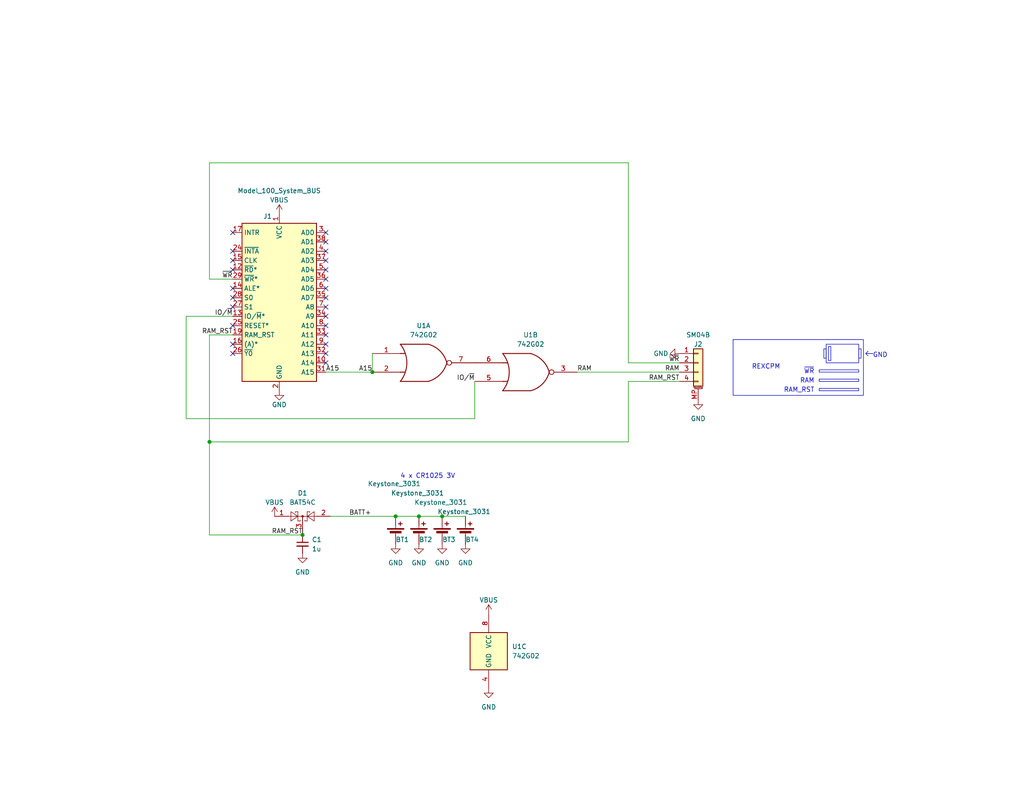
<source format=kicad_sch>
(kicad_sch (version 20230121) (generator eeschema)
  (paper "USLetter")
  (title_block (title "REXCPM_UPS_100") (date "2023-09-13") (rev "003") (company "Brian K. White - b.kenyon.w@gmail.com") (comment 1 "Replacement REXCPM system bus interface with memory battery"))
  (lib_symbols
    (symbol "000_LOCAL:742G02"
      (property "Reference" "U" (at 5.08 7.62 0))
      (property "Value" "742G02" (at 7.62 -7.62 0))
      (symbol "742G02_1_1"
        (arc (start -7.62 -5.08) (mid -5.838 0) (end -7.62 5.08) (stroke (width 0.254)))
        (arc (start 0 -5.08) (mid 3.1986 -3.2054) (end 5.08 0) (stroke (width 0.254)))
        (polyline (pts (xy -7.62 -2.54) (xy -6.35 -2.54)) (stroke (width 0.254)) (fill (type background)))
        (polyline (pts (xy -7.62 2.54) (xy -6.35 2.54)) (stroke (width 0.254)) (fill (type background)))
        (polyline (pts (xy 0 -5.08) (xy -7.62 -5.08)) (stroke (width 0.254)) (fill (type background)))
        (polyline (pts (xy 0 5.08) (xy -7.62 5.08)) (stroke (width 0.254)) (fill (type background)))
        (arc (start 5.08 0) (mid 3.2238 3.2304) (end 0 5.08) (stroke (width 0.254)))
        (pin input line (at -15.24 2.54 0) (length 7.62) (name "~") (number "1"))
        (pin input line (at -15.24 -2.54 0) (length 7.62) (name "~") (number "2"))
        (pin output inverted (at 12.7 0 180) (length 7.62) (name "~") (number "7"))
      )
      (symbol "742G02_2_1"
        (arc (start -7.62 -5.08) (mid -5.838 0) (end -7.62 5.08) (stroke (width 0.254)))
        (arc (start 0 -5.08) (mid 3.1986 -3.2054) (end 5.08 0) (stroke (width 0.254)))
        (polyline (pts (xy -7.62 -2.54) (xy -6.35 -2.54)) (stroke (width 0.254)) (fill (type background)))
        (polyline (pts (xy -7.62 2.54) (xy -6.35 2.54)) (stroke (width 0.254)) (fill (type background)))
        (polyline (pts (xy 0 -5.08) (xy -7.62 -5.08)) (stroke (width 0.254)) (fill (type background)))
        (polyline (pts (xy 0 5.08) (xy -7.62 5.08)) (stroke (width 0.254)) (fill (type background)))
        (arc (start 5.08 0) (mid 3.2238 3.2304) (end 0 5.08) (stroke (width 0.254)))
        (pin output inverted (at 12.7 0 180) (length 7.62) (name "~") (number "3"))
        (pin input line (at -15.24 2.54 0) (length 7.62) (name "~") (number "5"))
        (pin input line (at -15.24 -2.54 0) (length 7.62) (name "~") (number "6"))
      )
      (symbol "742G02_3_0"
        (rectangle (start -5.08 -5.08) (end 5.08 5.08) (stroke (width 0.254)) (fill (type background)))
      )
      (symbol "742G02_3_1"
        (pin power_in line (at 0 -10.16 90) (length 5.08) (name "GND") (number "4"))
        (pin power_in line (at 0 10.16 270) (length 5.08) (name "VCC") (number "8"))
      )
    )
    (symbol "000_LOCAL:BAT54C" (pin_names (offset 1.016))
      (property "Reference" "D" (at 0.635 -3.81 0))
      (property "Value" "BAT54C" (at -6.35 3.175 0))
      (symbol "BAT54C_0_1"
        (polyline (pts (xy -1.905 0) (xy 1.905 0)))
        (polyline (pts (xy -1.905 1.27) (xy -1.905 1.016)))
        (polyline (pts (xy -1.27 -1.27) (xy -0.635 -1.27)))
        (polyline (pts (xy -1.27 0) (xy -3.81 0)))
        (polyline (pts (xy -1.27 1.27) (xy -1.905 1.27)))
        (polyline (pts (xy -1.27 1.27) (xy -1.27 -1.27)))
        (polyline (pts (xy -0.635 -1.27) (xy -0.635 -1.016)))
        (polyline (pts (xy 0.635 -1.27) (xy 0.635 -1.016)))
        (polyline (pts (xy 1.27 -1.27) (xy 0.635 -1.27)))
        (polyline (pts (xy 1.27 1.27) (xy 1.27 -1.27)))
        (polyline (pts (xy 1.27 1.27) (xy 1.905 1.27)))
        (polyline (pts (xy 1.905 1.27) (xy 1.905 1.016)))
        (polyline (pts (xy 3.81 0) (xy 1.27 0)))
        (polyline (pts (xy -3.175 -1.27) (xy -3.175 1.27) (xy -1.27 0) (xy -3.175 -1.27)))
        (polyline (pts (xy 3.175 -1.27) (xy 3.175 1.27) (xy 1.27 0) (xy 3.175 -1.27)))
        (circle (center 0 0) (radius 0.254) (fill (type outline)))
      )
      (symbol "BAT54C_1_1"
        (pin passive line (at -7.62 0 0) (length 3.81) (name "~") (number "1"))
        (pin passive line (at 7.62 0 180) (length 3.81) (name "~") (number "2"))
        (pin passive line (at 0 -5.08 90) (length 5.08) (name "~") (number "3"))
      )
    )
    (symbol "000_LOCAL:Battery_Cell" (pin_numbers hide) (pin_names (offset 0) hide)
      (property "Reference" "BT" (at 2.54 2.54 0))
      (property "Value" "Battery_Cell" (at 2.54 0 0))
      (symbol "Battery_Cell_0_1"
        (rectangle (start -2.286 1.778) (end 2.286 1.524) (fill (type outline)))
        (rectangle (start -1.524 1.016) (end 1.524 0.508) (fill (type outline)))
        (polyline (pts (xy 0 0.762) (xy 0 0)))
        (polyline (pts (xy 0 1.778) (xy 0 2.54)))
        (polyline (pts (xy 0.762 3.048) (xy 1.778 3.048)) (stroke (width 0.254)))
        (polyline (pts (xy 1.27 3.556) (xy 1.27 2.54)) (stroke (width 0.254)))
      )
      (symbol "Battery_Cell_1_1"
        (pin passive line (at 0 5.08 270) (length 2.54) (name "+") (number "1"))
        (pin passive line (at 0 -2.54 90) (length 2.54) (name "-") (number "2"))
      )
    )
    (symbol "000_LOCAL:C" (pin_numbers hide) (pin_names (offset 0.254) hide)
      (property "Reference" "C" (at 0.254 1.778 0))
      (property "Value" "C" (at 0.254 -2.032 0))
      (symbol "C_0_1"
        (polyline (pts (xy -1.524 -0.508) (xy 1.524 -0.508)) (stroke (width 0.3302)))
        (polyline (pts (xy -1.524 0.508) (xy 1.524 0.508)) (stroke (width 0.3048)))
      )
      (symbol "C_1_1"
        (pin passive line (at 0 2.54 270) (length 2.032) (name "~") (number "1"))
        (pin passive line (at 0 -2.54 90) (length 2.032) (name "~") (number "2"))
      )
    )
    (symbol "000_LOCAL:Conn_01x04_MountingPin" (pin_names (offset 1.016) hide)
      (property "Reference" "J" (at 0 5.08 0))
      (property "Value" "Conn_01x04_MountingPin" (at 1.27 -7.62 0))
      (symbol "Conn_01x04_MountingPin_1_1"
        (rectangle (start -1.27 -4.953) (end 0 -5.207) (stroke (width 0.1524)))
        (rectangle (start -1.27 -2.413) (end 0 -2.667) (stroke (width 0.1524)))
        (rectangle (start -1.27 0.127) (end 0 -0.127) (stroke (width 0.1524)))
        (rectangle (start -1.27 2.667) (end 0 2.413) (stroke (width 0.1524)))
        (rectangle (start -1.27 3.81) (end 1.27 -6.35) (stroke (width 0.254)) (fill (type background)))
        (polyline (pts (xy -1.016 -7.112) (xy 1.016 -7.112)) (stroke (width 0.1524)))
        (text "Mounting" (at 0 -6.731 0) (effects (font (size 0.381 0.381))))
        (pin passive line (at -5.08 2.54 0) (length 3.81) (name "Pin_1") (number "1"))
        (pin passive line (at -5.08 0 0) (length 3.81) (name "Pin_2") (number "2"))
        (pin passive line (at -5.08 -2.54 0) (length 3.81) (name "Pin_3") (number "3"))
        (pin passive line (at -5.08 -5.08 0) (length 3.81) (name "Pin_4") (number "4"))
        (pin passive line (at 0 -10.16 90) (length 3.048) (name "MountPin") (number "MP"))
      )
    )
    (symbol "000_LOCAL:Model_100_System_BUS"
      (property "Reference" "J" (at -7.62 22.86 0))
      (property "Value" "Model_100_System_BUS" (at 15.621 27.305 0))
      (symbol "Model_100_System_BUS_0_1"
        (rectangle (start -10.16 21.59) (end 10.16 -21.59) (stroke (width 0.254)) (fill (type background)))
      )
      (symbol "Model_100_System_BUS_1_1"
        (pin power_out line (at 0 24.13 270) (length 2.54) (name "VCC") (number "1"))
        (pin output line (at 12.7 -16.51 180) (length 2.54) (name "A14") (number "10"))
        (pin passive line (at 0 -24.13 90) (length 2.54) hide (name "GND") (number "11"))
        (pin output line (at -12.7 8.89 0) (length 2.54) (name "~{RD}*") (number "12"))
        (pin output line (at -12.7 -3.81 0) (length 2.54) (name "IO/~{M}*") (number "13"))
        (pin output line (at -12.7 3.81 0) (length 2.54) (name "ALE*") (number "14"))
        (pin output line (at -12.7 11.43 0) (length 2.54) (name "CLK") (number "15"))
        (pin output line (at -12.7 -11.43 0) (length 2.54) (name "(A)*") (number "16"))
        (pin input line (at -12.7 19.05 0) (length 2.54) (name "INTR") (number "17"))
        (pin passive line (at 0 -24.13 90) (length 2.54) hide (name "GND") (number "18"))
        (pin output line (at -12.7 -8.89 0) (length 2.54) (name "RAM_RST") (number "19"))
        (pin power_out line (at 0 -24.13 90) (length 2.54) (name "GND") (number "2"))
        (pin no_connect line (at -10.16 -17.78 0) (length 2.54) hide (name "NC") (number "20"))
        (pin no_connect line (at -10.16 -19.05 0) (length 2.54) hide (name "NC") (number "21"))
        (pin no_connect line (at -10.16 -20.32 0) (length 2.54) hide (name "NC") (number "22"))
        (pin passive line (at 0 -24.13 90) (length 2.54) hide (name "GND") (number "23"))
        (pin output line (at -12.7 13.97 0) (length 2.54) (name "~{INTA}") (number "24"))
        (pin output line (at -12.7 -6.35 0) (length 2.54) (name "RESET*") (number "25"))
        (pin output line (at -12.7 -13.97 0) (length 2.54) (name "~{Y0}") (number "26"))
        (pin output line (at -12.7 -1.27 0) (length 2.54) (name "S1") (number "27"))
        (pin output line (at -12.7 1.27 0) (length 2.54) (name "S0") (number "28"))
        (pin output line (at -12.7 6.35 0) (length 2.54) (name "~{WR}*") (number "29"))
        (pin bidirectional line (at 12.7 19.05 180) (length 2.54) (name "AD0") (number "3"))
        (pin passive line (at 0 -24.13 90) (length 2.54) hide (name "GND") (number "30"))
        (pin output line (at 12.7 -19.05 180) (length 2.54) (name "A15") (number "31"))
        (pin output line (at 12.7 -13.97 180) (length 2.54) (name "A13") (number "32"))
        (pin output line (at 12.7 -8.89 180) (length 2.54) (name "A11") (number "33"))
        (pin output line (at 12.7 -3.81 180) (length 2.54) (name "A9") (number "34"))
        (pin bidirectional line (at 12.7 1.27 180) (length 2.54) (name "AD7") (number "35"))
        (pin bidirectional line (at 12.7 6.35 180) (length 2.54) (name "AD5") (number "36"))
        (pin bidirectional line (at 12.7 11.43 180) (length 2.54) (name "AD3") (number "37"))
        (pin bidirectional line (at 12.7 16.51 180) (length 2.54) (name "AD1") (number "38"))
        (pin passive line (at 0 -24.13 90) (length 2.54) hide (name "GND") (number "39"))
        (pin bidirectional line (at 12.7 13.97 180) (length 2.54) (name "AD2") (number "4"))
        (pin passive line (at 0 24.13 270) (length 2.54) hide (name "VCC") (number "40"))
        (pin bidirectional line (at 12.7 8.89 180) (length 2.54) (name "AD4") (number "5"))
        (pin bidirectional line (at 12.7 3.81 180) (length 2.54) (name "AD6") (number "6"))
        (pin output line (at 12.7 -1.27 180) (length 2.54) (name "A8") (number "7"))
        (pin output line (at 12.7 -6.35 180) (length 2.54) (name "A10") (number "8"))
        (pin output line (at 12.7 -11.43 180) (length 2.54) (name "A12") (number "9"))
      )
    )
    (symbol "GND_1" (power) (pin_names (offset 0))
      (property "Value" "GND_1" (at 0 -3.81 0))
      (symbol "GND_1_0_1"
        (polyline (pts (xy 0 0) (xy 0 -1.27) (xy 1.27 -1.27) (xy 0 -2.54) (xy -1.27 -1.27) (xy 0 -1.27)))
      )
      (symbol "GND_1_1_1"
        (pin power_in line (at 0 0 270) (length 0) hide (name "GND") (number "1"))
      )
    )
    (symbol "power:GND" (power) (pin_names (offset 0))
      (property "Value" "GND" (at 0 -3.81 0))
      (symbol "GND_0_1"
        (polyline (pts (xy 0 0) (xy 0 -1.27) (xy 1.27 -1.27) (xy 0 -2.54) (xy -1.27 -1.27) (xy 0 -1.27)))
      )
      (symbol "GND_1_1"
        (pin power_in line (at 0 0 270) (length 0) hide (name "GND") (number "1"))
      )
    )
    (symbol "power:VBUS" (power) (pin_names (offset 0))
      (property "Value" "VBUS" (at 0 3.81 0))
      (symbol "VBUS_0_1"
        (polyline (pts (xy -0.762 1.27) (xy 0 2.54)))
        (polyline (pts (xy 0 0) (xy 0 2.54)))
        (polyline (pts (xy 0 2.54) (xy 0.762 1.27)))
      )
      (symbol "VBUS_1_1"
        (pin power_in line (at 0 0 90) (length 0) hide (name "VBUS") (number "1"))
      )
    )
  )
  (junction (at 107.95 140.97))
  (junction (at 82.55 146.05))
  (junction (at 114.3 140.97))
  (junction (at 101.6 101.6))
  (junction (at 57.15 120.65))
  (junction (at 120.65 140.97))
  (no_connect (at 88.9 96.52))
  (no_connect (at 88.9 63.5))
  (no_connect (at 63.5 96.52))
  (no_connect (at 63.5 63.5))
  (no_connect (at 63.5 71.12))
  (no_connect (at 63.5 81.28))
  (no_connect (at 88.9 86.36))
  (no_connect (at 63.5 88.9))
  (no_connect (at 63.5 78.74))
  (no_connect (at 63.5 93.98))
  (no_connect (at 88.9 76.2))
  (no_connect (at 88.9 71.12))
  (no_connect (at 88.9 99.06))
  (no_connect (at 63.5 83.82))
  (no_connect (at 88.9 81.28))
  (no_connect (at 88.9 91.44))
  (no_connect (at 88.9 83.82))
  (no_connect (at 88.9 68.58))
  (no_connect (at 63.5 68.58))
  (no_connect (at 63.5 73.66))
  (no_connect (at 88.9 93.98))
  (no_connect (at 88.9 73.66))
  (no_connect (at 88.9 66.04))
  (no_connect (at 88.9 78.74))
  (no_connect (at 88.9 88.9))
  (polyline (pts (xy 236.855 95.885) (xy 236.22 96.52)))
  (wire (pts (xy 63.5 91.44) (xy 57.15 91.44)))
  (wire (pts (xy 57.15 146.05) (xy 82.55 146.05)))
  (wire (pts (xy 50.8 114.3) (xy 129.54 114.3)))
  (wire (pts (xy 57.15 120.65) (xy 171.45 120.65)))
  (wire (pts (xy 171.45 120.65) (xy 171.45 104.14)))
  (polyline (pts (xy 236.22 96.52) (xy 238.125 96.52)))
  (wire (pts (xy 90.17 140.97) (xy 107.95 140.97)))
  (wire (pts (xy 57.15 76.2) (xy 57.15 44.45)))
  (wire (pts (xy 57.15 91.44) (xy 57.15 120.65)))
  (wire (pts (xy 120.65 140.97) (xy 127 140.97)))
  (wire (pts (xy 57.15 120.65) (xy 57.15 146.05)))
  (wire (pts (xy 129.54 104.14) (xy 129.54 114.3)))
  (wire (pts (xy 157.48 101.6) (xy 185.42 101.6)))
  (wire (pts (xy 57.15 44.45) (xy 171.45 44.45)))
  (wire (pts (xy 50.8 86.36) (xy 50.8 114.3)))
  (wire (pts (xy 63.5 76.2) (xy 57.15 76.2)))
  (wire (pts (xy 171.45 44.45) (xy 171.45 99.06)))
  (wire (pts (xy 114.3 140.97) (xy 120.65 140.97)))
  (wire (pts (xy 171.45 99.06) (xy 185.42 99.06)))
  (wire (pts (xy 63.5 86.36) (xy 50.8 86.36)))
  (wire (pts (xy 171.45 104.14) (xy 185.42 104.14)))
  (wire (pts (xy 88.9 101.6) (xy 101.6 101.6)))
  (wire (pts (xy 107.95 140.97) (xy 114.3 140.97)))
  (polyline (pts (xy 236.22 96.52) (xy 236.855 97.155)))
  (wire (pts (xy 101.6 96.52) (xy 101.6 101.6)))
  (rectangle (start 223.52 103.505) (end 234.315 104.14))
  (rectangle (start 225.425 93.98) (end 234.315 99.06))
  (rectangle (start 226.06 94.615) (end 226.695 98.425) (fill (type color)))
  (rectangle (start 234.315 95.25) (end 234.95 97.79))
  (rectangle (start 233.045 100.33) (end 234.95 107.315) (stroke (width -0.0001)) (fill (type color)))
  (rectangle (start 224.79 95.25) (end 225.425 97.79))
  (rectangle (start 200.025 92.71) (end 235.585 107.95))
  (rectangle (start 223.52 106.045) (end 234.315 106.68))
  (rectangle (start 223.52 100.965) (end 234.315 101.6))
  (text "~{WR}" (at 222.25 102.235 0) (effects (font (size 1.27 1.27)) (justify right bottom)))
  (text "RAM" (at 222.25 104.775 0) (effects (font (size 1.27 1.27)) (justify right bottom)))
  (text "GND" (at 238.125 97.79 0) (effects (font (size 1.27 1.27)) (justify left bottom)))
  (text "4 x CR1025 3V" (at 109.22 130.81 0) (effects (font (size 1.27 1.27)) (justify left bottom)))
  (text "RAM_RST" (at 222.25 107.315 0) (effects (font (size 1.27 1.27)) (justify right bottom)))
  (text "REXCPM" (at 205.105 100.965 0) (effects (font (size 1.27 1.27)) (justify left bottom)))
  (label "IO{slash}~{M}" (at 129.54 104.14 180))
  (label "IO{slash}~{M}" (at 63.5 86.36 180))
  (label "RAM_RST" (at 63.5 91.44 180))
  (label "A15" (at 88.9 101.6 0))
  (label "BATT+" (at 95.25 140.97 0))
  (label "RAM_RST" (at 185.42 104.14 180))
  (label "~{WR}" (at 63.5 76.2 180))
  (label "~{WR}" (at 185.42 99.06 180))
  (label "RAM_RST" (at 82.55 146.05 180))
  (label "RAM" (at 157.48 101.6 0))
  (label "RAM" (at 185.42 101.6 180))
  (label "A15" (at 101.6 101.6 180))
  (symbol (lib_id "000_LOCAL:Model_100_System_BUS") (at 76.2 82.55 0) (unit 1)
    (property "Reference" "J1" (at 73.025 59.055 0))
    (property "Value" "Model_100_System_BUS" (at 76.2 52.07 0))
    (property "Footprint" "000_LOCAL:DIP-40_pins" (effects hide))
    (property "Datasheet" "http://datasheets.chipdb.org/Intel/MCS-80/intel-8080.pdf" (effects hide))
  )
  (symbol (lib_id "power:GND") (at 76.2 106.68 0) (unit 1)
    (property "Reference" "#PWR0101" (effects hide))
    (property "Value" "GND" (at 76.2 110.49 0))
  )
  (symbol (lib_id "power:VBUS") (at 74.93 140.97 0) (unit 1)
    (property "Reference" "#PWR08" (effects hide))
    (property "Value" "VBUS" (at 74.93 137.16 0))
  )
  (symbol (lib_id "000_LOCAL:Battery_Cell") (at 114.3 146.05 0) (unit 1)
    (property "Reference" "BT2" (at 114.3 147.32 0) (effects (justify left)))
    (property "Value" "Keystone_3031" (at 106.68 134.62 0) (effects (justify left)))
    (property "Footprint" "000_LOCAL:Keystone_3031" (effects hide))
    (property "Datasheet" "datasheets/Keystone_3031.pdf" (effects hide))
  )
  (symbol (lib_id "000_LOCAL:Conn_01x04_MountingPin") (at 190.5 99.06 0) (unit 1)
    (property "Reference" "J2" (at 190.5 93.98 0))
    (property "Value" "SM04B" (at 190.5 91.44 0))
    (property "Footprint" "000_LOCAL:JST_SH_SM04B-SRSS-TB_1x04-1MP_P1.00mm_Horizontal" (effects hide))
    (property "Datasheet" "datasheets/eSH.pdf" (effects hide))
  )
  (symbol (lib_id "power:VBUS") (at 76.2 58.42 0) (unit 1)
    (property "Reference" "#PWR06" (effects hide))
    (property "Value" "VBUS" (at 76.2 54.61 0))
  )
  (symbol (lib_name "GND_1") (lib_id "power:GND") (at 133.35 187.96 0) (unit 1)
    (property "Reference" "#PWR02" (effects hide))
    (property "Value" "GND" (at 133.35 193.04 0))
  )
  (symbol (lib_id "000_LOCAL:742G02") (at 144.78 101.6 0) (mirror x) (unit 2)
    (property "Reference" "U1" (at 144.78 91.44 0))
    (property "Value" "742G02" (at 144.78 93.98 0))
    (property "Footprint" "000_LOCAL:TSSOP-8_3x3mm_P0.65mm" (effects hide))
    (property "Datasheet" "datasheets/742G02.pdf" (effects hide))
  )
  (symbol (lib_id "000_LOCAL:Battery_Cell") (at 127 146.05 0) (unit 1)
    (property "Reference" "BT4" (at 127 147.32 0) (effects (justify left)))
    (property "Value" "Keystone_3031" (at 119.38 139.7 0) (effects (justify left)))
    (property "Footprint" "000_LOCAL:Keystone_3031" (effects hide))
    (property "Datasheet" "datasheets/Keystone_3031.pdf" (effects hide))
  )
  (symbol (lib_id "000_LOCAL:742G02") (at 116.84 99.06 0) (unit 1)
    (property "Reference" "U1" (at 115.57 88.9 0))
    (property "Value" "742G02" (at 115.57 91.44 0))
    (property "Footprint" "000_LOCAL:TSSOP-8_3x3mm_P0.65mm" (effects hide))
    (property "Datasheet" "datasheets/742G02.pdf" (effects hide))
  )
  (symbol (lib_id "000_LOCAL:BAT54C") (at 82.55 140.97 0) (unit 1)
    (property "Reference" "D1" (at 82.55 134.62 0))
    (property "Value" "BAT54C" (at 82.55 137.16 0))
    (property "Footprint" "Package_TO_SOT_SMD:SOT-23" (effects hide))
    (property "Datasheet" "datasheets/BAT54C.pdf" (effects hide))
  )
  (symbol (lib_id "power:VBUS") (at 133.35 167.64 0) (unit 1)
    (property "Reference" "#PWR01" (effects hide))
    (property "Value" "VBUS" (at 133.35 163.83 0))
  )
  (symbol (lib_id "000_LOCAL:742G02") (at 133.35 177.8 0) (unit 3)
    (property "Reference" "U1" (at 139.7 176.53 0) (effects (justify left)))
    (property "Value" "742G02" (at 139.7 179.07 0) (effects (justify left)))
    (property "Footprint" "000_LOCAL:TSSOP-8_3x3mm_P0.65mm" (effects hide))
    (property "Datasheet" "datasheets/742G02.pdf" (effects hide))
  )
  (symbol (lib_id "000_LOCAL:Battery_Cell") (at 107.95 146.05 0) (unit 1)
    (property "Reference" "BT1" (at 107.95 147.32 0) (effects (justify left)))
    (property "Value" "Keystone_3031" (at 100.33 132.08 0) (effects (justify left)))
    (property "Footprint" "000_LOCAL:Keystone_3031" (effects hide))
    (property "Datasheet" "datasheets/Keystone_3031.pdf" (effects hide))
  )
  (symbol (lib_id "000_LOCAL:C") (at 82.55 148.59 0) (unit 1)
    (property "Reference" "C1" (at 85.09 147.3263 0) (effects (justify left)))
    (property "Value" "1u" (at 85.09 149.8663 0) (effects (justify left)))
    (property "Footprint" "000_LOCAL:C_0805" (effects hide))
  )
  (symbol (lib_id "000_LOCAL:Battery_Cell") (at 120.65 146.05 0) (unit 1)
    (property "Reference" "BT3" (at 120.65 147.32 0) (effects (justify left)))
    (property "Value" "Keystone_3031" (at 113.03 137.16 0) (effects (justify left)))
    (property "Footprint" "000_LOCAL:Keystone_3031" (effects hide))
    (property "Datasheet" "datasheets/Keystone_3031.pdf" (effects hide))
  )
  (symbol (lib_name "GND_1") (lib_id "power:GND") (at 82.55 151.13 0) (unit 1)
    (property "Reference" "#PWR09" (effects hide))
    (property "Value" "GND" (at 82.55 156.21 0))
  )
  (symbol (lib_name "GND_1") (lib_id "power:GND") (at 114.3 148.59 0) (unit 1)
    (property "Reference" "#PWR011" (effects hide))
    (property "Value" "GND" (at 114.3 153.67 0))
  )
  (symbol (lib_name "GND_1") (lib_id "power:GND") (at 107.95 148.59 0) (unit 1)
    (property "Reference" "#PWR010" (effects hide))
    (property "Value" "GND" (at 107.95 153.67 0))
  )
  (symbol (lib_id "power:GND") (at 185.42 96.52 270) (unit 1)
    (property "Reference" "#PWR03" (effects hide))
    (property "Value" "GND" (at 180.34 96.52 90))
  )
  (symbol (lib_name "GND_1") (lib_id "power:GND") (at 127 148.59 0) (unit 1)
    (property "Reference" "#PWR05" (effects hide))
    (property "Value" "GND" (at 127 153.67 0))
  )
  (symbol (lib_name "GND_1") (lib_id "power:GND") (at 120.65 148.59 0) (unit 1)
    (property "Reference" "#PWR04" (effects hide))
    (property "Value" "GND" (at 120.65 153.67 0))
  )
  (symbol (lib_name "GND_1") (lib_id "power:GND") (at 190.5 109.22 0) (unit 1)
    (property "Reference" "#PWR07" (effects hide))
    (property "Value" "GND" (at 190.5 114.3 0))
  )
)
</source>
